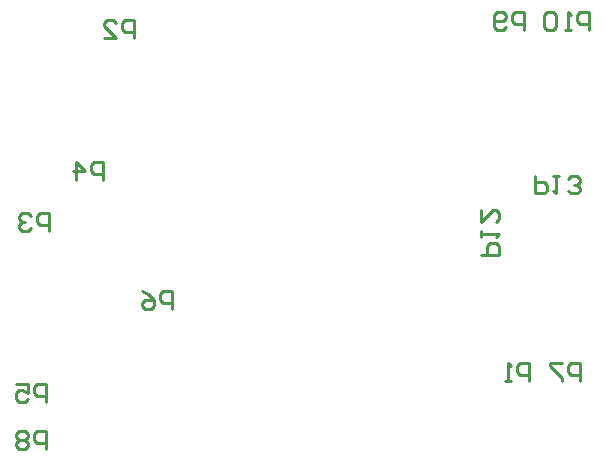
<source format=gbo>
G04 Layer_Color=32896*
%FSLAX44Y44*%
%MOMM*%
G71*
G01*
G75*
%ADD21C,0.2540*%
D21*
X439420Y176530D02*
Y191765D01*
X431802D01*
X429263Y189226D01*
Y184147D01*
X431802Y181608D01*
X439420D01*
X424185Y176530D02*
X419107D01*
X421646D01*
Y191765D01*
X424185Y189226D01*
X105410Y467360D02*
Y482595D01*
X97793D01*
X95253Y480056D01*
Y474977D01*
X97793Y472438D01*
X105410D01*
X80018Y467360D02*
X90175D01*
X80018Y477517D01*
Y480056D01*
X82557Y482595D01*
X87636D01*
X90175Y480056D01*
X33020Y303530D02*
Y318765D01*
X25403D01*
X22863Y316226D01*
Y311147D01*
X25403Y308608D01*
X33020D01*
X17785Y316226D02*
X15246Y318765D01*
X10167D01*
X7628Y316226D01*
Y313687D01*
X10167Y311147D01*
X12707D01*
X10167D01*
X7628Y308608D01*
Y306069D01*
X10167Y303530D01*
X15246D01*
X17785Y306069D01*
X78740Y346710D02*
Y361945D01*
X71122D01*
X68583Y359406D01*
Y354328D01*
X71122Y351788D01*
X78740D01*
X55887Y346710D02*
Y361945D01*
X63505Y354328D01*
X53348D01*
X30480Y158750D02*
Y173985D01*
X22863D01*
X20323Y171446D01*
Y166367D01*
X22863Y163828D01*
X30480D01*
X5088Y173985D02*
X15245D01*
Y166367D01*
X10167Y168907D01*
X7627D01*
X5088Y166367D01*
Y161289D01*
X7627Y158750D01*
X12706D01*
X15245Y161289D01*
X137160Y237490D02*
Y252725D01*
X129543D01*
X127003Y250186D01*
Y245107D01*
X129543Y242568D01*
X137160D01*
X111768Y252725D02*
X116847Y250186D01*
X121925Y245107D01*
Y240029D01*
X119386Y237490D01*
X114307D01*
X111768Y240029D01*
Y242568D01*
X114307Y245107D01*
X121925D01*
X482600Y176530D02*
Y191765D01*
X474982D01*
X472443Y189226D01*
Y184147D01*
X474982Y181608D01*
X482600D01*
X467365Y191765D02*
X457208D01*
Y189226D01*
X467365Y179069D01*
Y176530D01*
X30480Y119380D02*
Y134615D01*
X22863D01*
X20323Y132076D01*
Y126997D01*
X22863Y124458D01*
X30480D01*
X15245Y132076D02*
X12706Y134615D01*
X7627D01*
X5088Y132076D01*
Y129537D01*
X7627Y126997D01*
X5088Y124458D01*
Y121919D01*
X7627Y119380D01*
X12706D01*
X15245Y121919D01*
Y124458D01*
X12706Y126997D01*
X15245Y129537D01*
Y132076D01*
X12706Y126997D02*
X7627D01*
X435610Y473710D02*
Y488945D01*
X427993D01*
X425453Y486406D01*
Y481328D01*
X427993Y478788D01*
X435610D01*
X420375Y476249D02*
X417836Y473710D01*
X412757D01*
X410218Y476249D01*
Y486406D01*
X412757Y488945D01*
X417836D01*
X420375Y486406D01*
Y483867D01*
X417836Y481328D01*
X410218D01*
X490220Y473710D02*
Y488945D01*
X482603D01*
X480063Y486406D01*
Y481328D01*
X482603Y478788D01*
X490220D01*
X474985Y473710D02*
X469907D01*
X472446D01*
Y488945D01*
X474985Y486406D01*
X462289D02*
X459750Y488945D01*
X454672D01*
X452132Y486406D01*
Y476249D01*
X454672Y473710D01*
X459750D01*
X462289Y476249D01*
Y486406D01*
X398780Y283210D02*
X414015D01*
Y290828D01*
X411476Y293367D01*
X406398D01*
X403858Y290828D01*
Y283210D01*
X398780Y298445D02*
Y303523D01*
Y300984D01*
X414015D01*
X411476Y298445D01*
X398780Y321298D02*
Y311141D01*
X408937Y321298D01*
X411476D01*
X414015Y318759D01*
Y313680D01*
X411476Y311141D01*
X444500Y350520D02*
Y335285D01*
X452118D01*
X454657Y337824D01*
Y342902D01*
X452118Y345442D01*
X444500D01*
X459735Y350520D02*
X464813D01*
X462274D01*
Y335285D01*
X459735Y337824D01*
X472431D02*
X474970Y335285D01*
X480048D01*
X482588Y337824D01*
Y340363D01*
X480048Y342902D01*
X477509D01*
X480048D01*
X482588Y345442D01*
Y347981D01*
X480048Y350520D01*
X474970D01*
X472431Y347981D01*
M02*

</source>
